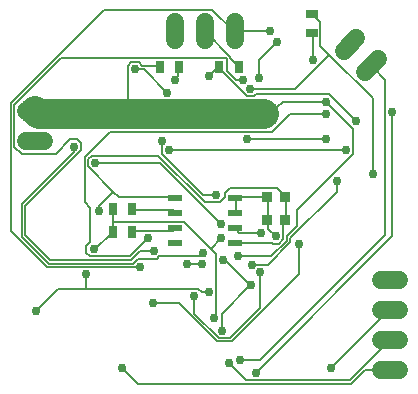
<source format=gbr>
G04 EAGLE Gerber RS-274X export*
G75*
%MOMM*%
%FSLAX34Y34*%
%LPD*%
%INBottom Copper*%
%IPPOS*%
%AMOC8*
5,1,8,0,0,1.08239X$1,22.5*%
G01*
G04 Define Apertures*
%ADD10C,1.524000*%
%ADD11R,1.194200X0.508000*%
%ADD12R,0.798700X0.973900*%
%ADD13R,0.920900X0.970200*%
%ADD14R,0.973900X0.798700*%
%ADD15C,0.152400*%
%ADD16C,0.756400*%
%ADD17C,1.500000*%
%ADD18C,2.540000*%
D10*
X-25400Y167620D02*
X-25400Y152380D01*
X0Y152380D02*
X0Y167620D01*
X25400Y167620D02*
X25400Y152380D01*
X-136218Y67300D02*
X-151458Y67300D01*
X-151458Y92700D02*
X-136218Y92700D01*
D11*
X25529Y19050D03*
X25529Y6350D03*
X25529Y-6350D03*
X25529Y-19050D03*
X-25529Y-19050D03*
X-25529Y-6350D03*
X-25529Y6350D03*
X-25529Y19050D03*
D12*
X-61848Y10000D03*
X-78152Y10000D03*
X-61848Y-10000D03*
X-78152Y-10000D03*
D13*
X52254Y20000D03*
X67746Y20000D03*
X52254Y0D03*
X67746Y0D03*
D10*
X148662Y-126383D02*
X163902Y-126383D01*
X163902Y-100983D02*
X148662Y-100983D01*
X148662Y-75583D02*
X163902Y-75583D01*
X163902Y-50183D02*
X148662Y-50183D01*
X117250Y143592D02*
X128026Y154368D01*
X145986Y136408D02*
X135210Y125632D01*
D12*
X11848Y130000D03*
X28152Y130000D03*
D14*
X90000Y175085D03*
X90000Y158781D03*
D12*
X-21848Y130000D03*
X-38152Y130000D03*
D15*
X46292Y-43768D02*
X46292Y-74104D01*
D16*
X46292Y-43768D03*
X-9144Y-64008D03*
D15*
X11299Y-99508D02*
X20888Y-99508D01*
X46292Y-74104D01*
X-9144Y-79066D02*
X-9144Y-64008D01*
X-9144Y-79066D02*
X11299Y-99508D01*
X-3048Y-36576D02*
X-15240Y-36576D01*
X13812Y-79248D02*
X13812Y-93440D01*
X13812Y-79248D02*
X38100Y-54960D01*
X16668Y-33528D01*
X15240Y-33528D01*
D16*
X-15240Y-36576D03*
X-3048Y-36576D03*
X13812Y-93440D03*
X15240Y-33528D03*
X39127Y-54960D03*
D15*
X38100Y-54960D01*
X71628Y89916D02*
X102108Y89916D01*
X71628Y89916D02*
X56388Y74676D01*
X-80772Y74676D01*
X-102108Y53340D01*
X-102108Y15240D01*
X-97536Y10668D01*
X-97536Y-18288D01*
X-100584Y-21336D01*
X-100584Y-27432D01*
X-97536Y-30480D01*
X-64008Y-30480D01*
X-48768Y-15240D01*
D16*
X102108Y89916D03*
X-48768Y-15240D03*
D15*
X25908Y160020D02*
X54864Y160020D01*
X25908Y160020D02*
X25400Y160000D01*
X24384Y160020D02*
X6096Y178308D01*
X-85344Y178308D01*
X-164592Y99060D01*
X-164592Y-9144D01*
X-134112Y-39624D01*
X-54864Y-39624D01*
X24384Y160020D02*
X25400Y160000D01*
D16*
X54864Y160020D03*
X-54864Y-39624D03*
D15*
X35052Y68580D02*
X102108Y68580D01*
X32004Y118872D02*
X25908Y118872D01*
X18288Y126492D01*
X18288Y137160D01*
X-121920Y137160D01*
X-161544Y97536D01*
X-161544Y62484D01*
X-155448Y56388D01*
X-126492Y56388D01*
X-114300Y68580D01*
X-108204Y68580D01*
X-105156Y65532D01*
X-105156Y59436D01*
X-152400Y12192D01*
X-152400Y-12192D01*
X-131064Y-33528D01*
X-62484Y-33528D01*
X-55340Y-26384D01*
X-43576Y-26384D01*
D16*
X102108Y68580D03*
X35052Y68580D03*
X32004Y118872D03*
X-43576Y-26384D03*
D15*
X27432Y131064D02*
X21336Y137160D01*
X21336Y138684D01*
X0Y160020D01*
X27432Y131064D02*
X28152Y130000D01*
X0Y160000D02*
X0Y160020D01*
X-51816Y128016D02*
X-59436Y128016D01*
X-51816Y128016D02*
X-32004Y108204D01*
X-36576Y67056D02*
X-36576Y56388D01*
X-1524Y21336D01*
X9144Y21336D01*
D16*
X-59436Y128016D03*
X-32004Y108204D03*
X-36576Y67056D03*
X9144Y21336D03*
D15*
X79248Y-19812D02*
X79248Y-45720D01*
X-38100Y48768D02*
X-92964Y48768D01*
X-38100Y48768D02*
X13716Y-3048D01*
D16*
X-44196Y-70104D03*
X79248Y-19812D03*
X-92964Y48768D03*
X13716Y-3048D03*
D15*
X79248Y-45720D02*
X22412Y-102556D01*
X10036Y-102556D01*
X-22416Y-70104D02*
X-44196Y-70104D01*
X-22416Y-70104D02*
X10036Y-102556D01*
X-111252Y57912D02*
X-111252Y62484D01*
X-111252Y57912D02*
X-155448Y13716D01*
X-155448Y-13716D01*
X-132588Y-36576D01*
X-60960Y-36576D01*
X-4572Y-30480D02*
X-1524Y-27432D01*
D16*
X-111252Y62484D03*
X-1524Y-27432D03*
D15*
X-4572Y-30480D02*
X-39091Y-30480D01*
X-41063Y-32452D01*
X-56836Y-32452D02*
X-60960Y-36576D01*
X-56836Y-32452D02*
X-41063Y-32452D01*
X111252Y24384D02*
X111252Y33528D01*
D16*
X111252Y33528D03*
X39794Y-37414D03*
D15*
X72143Y-14725D02*
X111252Y24384D01*
X72143Y-14725D02*
X72143Y-18725D01*
X53454Y-37414D01*
X39794Y-37414D01*
D17*
X-80000Y90000D03*
X-10000Y90000D03*
X50000Y90000D03*
D18*
X-10000Y90000D01*
X-65532Y90000D01*
X-80000Y90000D01*
X-141138Y90000D01*
X-143838Y92700D01*
D15*
X-53340Y131064D02*
X-39624Y131064D01*
X-53340Y131064D02*
X-56388Y134112D01*
X-62484Y134112D01*
X-65532Y131064D01*
X-65532Y90000D01*
X-38152Y130000D02*
X-39624Y131064D01*
X91440Y135636D02*
X91440Y158496D01*
X102108Y100584D02*
X65532Y100584D01*
X60960Y96012D01*
X90000Y158781D02*
X91440Y158496D01*
X60960Y96012D02*
X50000Y90000D01*
X124968Y56388D02*
X77724Y9144D01*
X124968Y56388D02*
X124968Y77724D01*
X102108Y100584D01*
D16*
X91440Y135636D03*
X102108Y100584D03*
X27432Y-30480D03*
D15*
X77724Y-4833D02*
X77724Y9144D01*
X77724Y-4833D02*
X69095Y-13463D01*
X69095Y-17463D01*
X56077Y-30480D01*
X27432Y-30480D01*
X3048Y-60960D02*
X-3048Y-60960D01*
X-6096Y-57912D01*
X-100584Y-57912D02*
X-124824Y-57912D01*
X-100584Y-57912D02*
X-6096Y-57912D01*
X-124824Y-57912D02*
X-143684Y-76772D01*
X-100584Y-57912D02*
X-100584Y-45720D01*
D16*
X3048Y-60960D03*
X-143684Y-76772D03*
X-100584Y-45720D03*
D15*
X45720Y120396D02*
X45720Y135636D01*
X60960Y150876D01*
D16*
X45720Y120396D03*
X60960Y150876D03*
D15*
X105156Y106680D02*
X128016Y83820D01*
X105156Y106680D02*
X42672Y106680D01*
X41148Y105156D01*
X35052Y105156D01*
X10668Y129540D01*
X3048Y121920D01*
X10668Y129540D02*
X11848Y130000D01*
D16*
X128016Y83820D03*
X3048Y121920D03*
D15*
X141732Y103632D02*
X141732Y39624D01*
X105156Y140208D02*
X97536Y147828D01*
X105156Y140208D02*
X141732Y103632D01*
X97536Y147828D02*
X97536Y167640D01*
X91440Y173736D01*
X90000Y175085D01*
X76200Y111252D02*
X38100Y111252D01*
X76200Y111252D02*
X105156Y140208D01*
D16*
X141732Y39624D03*
X38100Y111252D03*
D15*
X-22860Y121920D02*
X-22860Y129540D01*
X-22860Y121920D02*
X-25908Y118872D01*
X-22860Y129540D02*
X-21848Y130000D01*
X-30480Y59436D02*
X118872Y59436D01*
D16*
X-25908Y118872D03*
X118872Y59436D03*
X-30480Y59436D03*
D15*
X68580Y19812D02*
X68580Y0D01*
X67746Y0D01*
X68580Y19812D02*
X67746Y20000D01*
X-25908Y19812D02*
X-73152Y19812D01*
X-77724Y24384D02*
X-99060Y45720D01*
X-77724Y24384D02*
X-73152Y19812D01*
X-99060Y45720D02*
X-99060Y51816D01*
X-96012Y54864D01*
X-39624Y54864D01*
X0Y15240D01*
X12192Y15240D01*
X16764Y19812D01*
X16764Y22860D01*
X21336Y27432D01*
X60960Y27432D01*
X67056Y21336D01*
X-25529Y19050D02*
X-25908Y19812D01*
X67056Y21336D02*
X67746Y20000D01*
X-77724Y24384D02*
X-89916Y12192D01*
X-89916Y7620D01*
X135636Y-126492D02*
X155448Y-126492D01*
X156282Y-126383D01*
D16*
X-89916Y7620D03*
X-70104Y-124968D03*
D15*
X-56756Y-138316D01*
X123812Y-138316D01*
X135636Y-126492D01*
X62492Y-19755D02*
X66047Y-16200D01*
X62492Y-19755D02*
X57465Y-19755D01*
X56761Y-19050D01*
X25529Y-19050D01*
X66047Y-16200D02*
X66047Y-1699D01*
X67746Y0D01*
X155448Y-76200D02*
X106680Y-124968D01*
X155448Y-76200D02*
X156282Y-75583D01*
D16*
X106680Y-124968D03*
D15*
X155448Y-102108D02*
X156282Y-100983D01*
D16*
X20488Y-121191D03*
D15*
X122288Y-135268D02*
X155448Y-102108D01*
X122288Y-135268D02*
X34565Y-135268D01*
X20488Y-121191D01*
X25908Y7620D02*
X25908Y18288D01*
X25908Y7620D02*
X25529Y6350D01*
X25908Y18288D02*
X25529Y19050D01*
X53340Y19812D02*
X53340Y0D01*
X53340Y19812D02*
X52254Y20000D01*
X51816Y19812D02*
X25908Y19812D01*
X25529Y19050D01*
X51816Y19812D02*
X52254Y20000D01*
X53340Y0D02*
X53340Y-7048D01*
X53340Y0D02*
X52254Y0D01*
X-77724Y-1524D02*
X-77724Y9144D01*
X-77724Y-1524D02*
X-77724Y-9144D01*
X-78152Y-10000D01*
X-77724Y9144D02*
X-78152Y10000D01*
X-79248Y-10668D02*
X-92964Y-24384D01*
X-94488Y-24384D01*
X-79248Y-10668D02*
X-78152Y-10000D01*
X-18288Y-1524D02*
X4572Y-24384D01*
X-18288Y-1524D02*
X-77724Y-1524D01*
X4572Y-24384D02*
X13716Y-15240D01*
D16*
X-94488Y-24384D03*
X13716Y-15240D03*
X59979Y-13687D03*
D15*
X53340Y-7048D01*
D16*
X7744Y-82296D03*
D15*
X9116Y-28928D02*
X4572Y-24384D01*
X9116Y-28928D02*
X9116Y-80924D01*
X7744Y-82296D01*
X28956Y-10668D02*
X47244Y-10668D01*
X28956Y-10668D02*
X25908Y-7620D01*
X25529Y-6350D01*
D16*
X47244Y-10668D03*
D15*
X-27432Y9144D02*
X-60960Y9144D01*
X-27432Y9144D02*
X-25908Y7620D01*
X-60960Y9144D02*
X-61848Y10000D01*
X-25908Y7620D02*
X-25529Y6350D01*
X-27432Y-9144D02*
X-60960Y-9144D01*
X-27432Y-9144D02*
X-25908Y-7620D01*
X-60960Y-9144D02*
X-61848Y-10000D01*
X-25908Y-7620D02*
X-25529Y-6350D01*
X29576Y-117872D02*
X46720Y-117872D01*
X152400Y-12192D01*
X152400Y118872D01*
X141732Y129540D01*
X140598Y131020D01*
D16*
X29576Y-117872D03*
X158496Y91440D03*
X42771Y-129200D03*
D15*
X158496Y-13475D02*
X158496Y91440D01*
X158496Y-13475D02*
X42771Y-129200D01*
M02*

</source>
